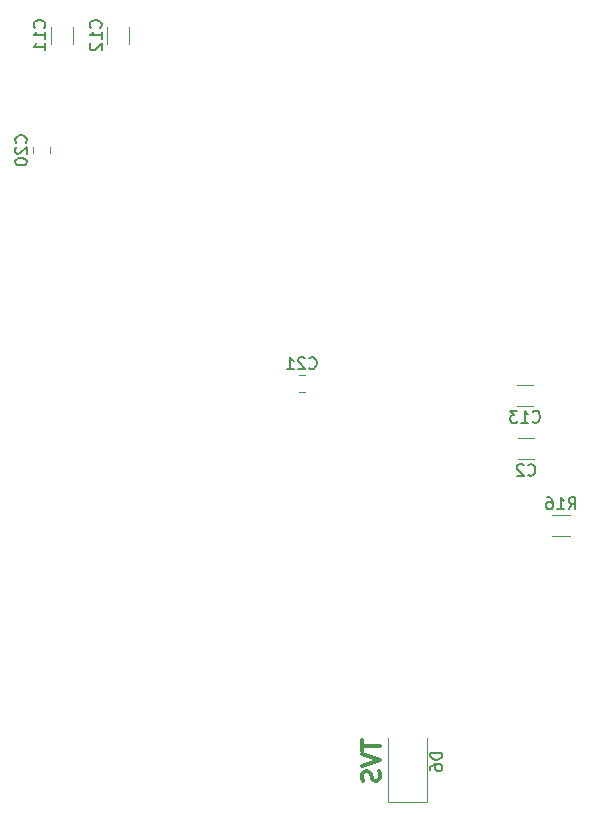
<source format=gbr>
%TF.GenerationSoftware,KiCad,Pcbnew,(6.0.0)*%
%TF.CreationDate,2022-08-23T11:31:34-04:00*%
%TF.ProjectId,Impedance_Analyzer_V2,496d7065-6461-46e6-9365-5f416e616c79,rev?*%
%TF.SameCoordinates,Original*%
%TF.FileFunction,Legend,Bot*%
%TF.FilePolarity,Positive*%
%FSLAX46Y46*%
G04 Gerber Fmt 4.6, Leading zero omitted, Abs format (unit mm)*
G04 Created by KiCad (PCBNEW (6.0.0)) date 2022-08-23 11:31:34*
%MOMM*%
%LPD*%
G01*
G04 APERTURE LIST*
%ADD10C,0.300000*%
%ADD11C,0.150000*%
%ADD12C,0.120000*%
G04 APERTURE END LIST*
D10*
X129178571Y-131214285D02*
X129178571Y-132071428D01*
X130678571Y-131642857D02*
X129178571Y-131642857D01*
X129178571Y-132357142D02*
X130678571Y-132857142D01*
X129178571Y-133357142D01*
X130607142Y-133785714D02*
X130678571Y-134000000D01*
X130678571Y-134357142D01*
X130607142Y-134500000D01*
X130535714Y-134571428D01*
X130392857Y-134642857D01*
X130250000Y-134642857D01*
X130107142Y-134571428D01*
X130035714Y-134500000D01*
X129964285Y-134357142D01*
X129892857Y-134071428D01*
X129821428Y-133928571D01*
X129750000Y-133857142D01*
X129607142Y-133785714D01*
X129464285Y-133785714D01*
X129321428Y-133857142D01*
X129250000Y-133928571D01*
X129178571Y-134071428D01*
X129178571Y-134428571D01*
X129250000Y-134642857D01*
D11*
%TO.C,C20*%
X100677142Y-80607142D02*
X100724761Y-80559523D01*
X100772380Y-80416666D01*
X100772380Y-80321428D01*
X100724761Y-80178571D01*
X100629523Y-80083333D01*
X100534285Y-80035714D01*
X100343809Y-79988095D01*
X100200952Y-79988095D01*
X100010476Y-80035714D01*
X99915238Y-80083333D01*
X99820000Y-80178571D01*
X99772380Y-80321428D01*
X99772380Y-80416666D01*
X99820000Y-80559523D01*
X99867619Y-80607142D01*
X99867619Y-80988095D02*
X99820000Y-81035714D01*
X99772380Y-81130952D01*
X99772380Y-81369047D01*
X99820000Y-81464285D01*
X99867619Y-81511904D01*
X99962857Y-81559523D01*
X100058095Y-81559523D01*
X100200952Y-81511904D01*
X100772380Y-80940476D01*
X100772380Y-81559523D01*
X99772380Y-82178571D02*
X99772380Y-82273809D01*
X99820000Y-82369047D01*
X99867619Y-82416666D01*
X99962857Y-82464285D01*
X100153333Y-82511904D01*
X100391428Y-82511904D01*
X100581904Y-82464285D01*
X100677142Y-82416666D01*
X100724761Y-82369047D01*
X100772380Y-82273809D01*
X100772380Y-82178571D01*
X100724761Y-82083333D01*
X100677142Y-82035714D01*
X100581904Y-81988095D01*
X100391428Y-81940476D01*
X100153333Y-81940476D01*
X99962857Y-81988095D01*
X99867619Y-82035714D01*
X99820000Y-82083333D01*
X99772380Y-82178571D01*
%TO.C,C21*%
X124692857Y-99677142D02*
X124740476Y-99724761D01*
X124883333Y-99772380D01*
X124978571Y-99772380D01*
X125121428Y-99724761D01*
X125216666Y-99629523D01*
X125264285Y-99534285D01*
X125311904Y-99343809D01*
X125311904Y-99200952D01*
X125264285Y-99010476D01*
X125216666Y-98915238D01*
X125121428Y-98820000D01*
X124978571Y-98772380D01*
X124883333Y-98772380D01*
X124740476Y-98820000D01*
X124692857Y-98867619D01*
X124311904Y-98867619D02*
X124264285Y-98820000D01*
X124169047Y-98772380D01*
X123930952Y-98772380D01*
X123835714Y-98820000D01*
X123788095Y-98867619D01*
X123740476Y-98962857D01*
X123740476Y-99058095D01*
X123788095Y-99200952D01*
X124359523Y-99772380D01*
X123740476Y-99772380D01*
X122788095Y-99772380D02*
X123359523Y-99772380D01*
X123073809Y-99772380D02*
X123073809Y-98772380D01*
X123169047Y-98915238D01*
X123264285Y-99010476D01*
X123359523Y-99058095D01*
%TO.C,R16*%
X146642857Y-111632380D02*
X146976190Y-111156190D01*
X147214285Y-111632380D02*
X147214285Y-110632380D01*
X146833333Y-110632380D01*
X146738095Y-110680000D01*
X146690476Y-110727619D01*
X146642857Y-110822857D01*
X146642857Y-110965714D01*
X146690476Y-111060952D01*
X146738095Y-111108571D01*
X146833333Y-111156190D01*
X147214285Y-111156190D01*
X145690476Y-111632380D02*
X146261904Y-111632380D01*
X145976190Y-111632380D02*
X145976190Y-110632380D01*
X146071428Y-110775238D01*
X146166666Y-110870476D01*
X146261904Y-110918095D01*
X144833333Y-110632380D02*
X145023809Y-110632380D01*
X145119047Y-110680000D01*
X145166666Y-110727619D01*
X145261904Y-110870476D01*
X145309523Y-111060952D01*
X145309523Y-111441904D01*
X145261904Y-111537142D01*
X145214285Y-111584761D01*
X145119047Y-111632380D01*
X144928571Y-111632380D01*
X144833333Y-111584761D01*
X144785714Y-111537142D01*
X144738095Y-111441904D01*
X144738095Y-111203809D01*
X144785714Y-111108571D01*
X144833333Y-111060952D01*
X144928571Y-111013333D01*
X145119047Y-111013333D01*
X145214285Y-111060952D01*
X145261904Y-111108571D01*
X145309523Y-111203809D01*
%TO.C,C12*%
X107007142Y-70857142D02*
X107054761Y-70809523D01*
X107102380Y-70666666D01*
X107102380Y-70571428D01*
X107054761Y-70428571D01*
X106959523Y-70333333D01*
X106864285Y-70285714D01*
X106673809Y-70238095D01*
X106530952Y-70238095D01*
X106340476Y-70285714D01*
X106245238Y-70333333D01*
X106150000Y-70428571D01*
X106102380Y-70571428D01*
X106102380Y-70666666D01*
X106150000Y-70809523D01*
X106197619Y-70857142D01*
X107102380Y-71809523D02*
X107102380Y-71238095D01*
X107102380Y-71523809D02*
X106102380Y-71523809D01*
X106245238Y-71428571D01*
X106340476Y-71333333D01*
X106388095Y-71238095D01*
X106197619Y-72190476D02*
X106150000Y-72238095D01*
X106102380Y-72333333D01*
X106102380Y-72571428D01*
X106150000Y-72666666D01*
X106197619Y-72714285D01*
X106292857Y-72761904D01*
X106388095Y-72761904D01*
X106530952Y-72714285D01*
X107102380Y-72142857D01*
X107102380Y-72761904D01*
%TO.C,C11*%
X102257142Y-70857142D02*
X102304761Y-70809523D01*
X102352380Y-70666666D01*
X102352380Y-70571428D01*
X102304761Y-70428571D01*
X102209523Y-70333333D01*
X102114285Y-70285714D01*
X101923809Y-70238095D01*
X101780952Y-70238095D01*
X101590476Y-70285714D01*
X101495238Y-70333333D01*
X101400000Y-70428571D01*
X101352380Y-70571428D01*
X101352380Y-70666666D01*
X101400000Y-70809523D01*
X101447619Y-70857142D01*
X102352380Y-71809523D02*
X102352380Y-71238095D01*
X102352380Y-71523809D02*
X101352380Y-71523809D01*
X101495238Y-71428571D01*
X101590476Y-71333333D01*
X101638095Y-71238095D01*
X102352380Y-72761904D02*
X102352380Y-72190476D01*
X102352380Y-72476190D02*
X101352380Y-72476190D01*
X101495238Y-72380952D01*
X101590476Y-72285714D01*
X101638095Y-72190476D01*
%TO.C,C13*%
X143592857Y-104207142D02*
X143640476Y-104254761D01*
X143783333Y-104302380D01*
X143878571Y-104302380D01*
X144021428Y-104254761D01*
X144116666Y-104159523D01*
X144164285Y-104064285D01*
X144211904Y-103873809D01*
X144211904Y-103730952D01*
X144164285Y-103540476D01*
X144116666Y-103445238D01*
X144021428Y-103350000D01*
X143878571Y-103302380D01*
X143783333Y-103302380D01*
X143640476Y-103350000D01*
X143592857Y-103397619D01*
X142640476Y-104302380D02*
X143211904Y-104302380D01*
X142926190Y-104302380D02*
X142926190Y-103302380D01*
X143021428Y-103445238D01*
X143116666Y-103540476D01*
X143211904Y-103588095D01*
X142307142Y-103302380D02*
X141688095Y-103302380D01*
X142021428Y-103683333D01*
X141878571Y-103683333D01*
X141783333Y-103730952D01*
X141735714Y-103778571D01*
X141688095Y-103873809D01*
X141688095Y-104111904D01*
X141735714Y-104207142D01*
X141783333Y-104254761D01*
X141878571Y-104302380D01*
X142164285Y-104302380D01*
X142259523Y-104254761D01*
X142307142Y-104207142D01*
%TO.C,C2*%
X143216666Y-108707142D02*
X143264285Y-108754761D01*
X143407142Y-108802380D01*
X143502380Y-108802380D01*
X143645238Y-108754761D01*
X143740476Y-108659523D01*
X143788095Y-108564285D01*
X143835714Y-108373809D01*
X143835714Y-108230952D01*
X143788095Y-108040476D01*
X143740476Y-107945238D01*
X143645238Y-107850000D01*
X143502380Y-107802380D01*
X143407142Y-107802380D01*
X143264285Y-107850000D01*
X143216666Y-107897619D01*
X142835714Y-107897619D02*
X142788095Y-107850000D01*
X142692857Y-107802380D01*
X142454761Y-107802380D01*
X142359523Y-107850000D01*
X142311904Y-107897619D01*
X142264285Y-107992857D01*
X142264285Y-108088095D01*
X142311904Y-108230952D01*
X142883333Y-108802380D01*
X142264285Y-108802380D01*
%TO.C,D6*%
X135952380Y-132261904D02*
X134952380Y-132261904D01*
X134952380Y-132500000D01*
X135000000Y-132642857D01*
X135095238Y-132738095D01*
X135190476Y-132785714D01*
X135380952Y-132833333D01*
X135523809Y-132833333D01*
X135714285Y-132785714D01*
X135809523Y-132738095D01*
X135904761Y-132642857D01*
X135952380Y-132500000D01*
X135952380Y-132261904D01*
X134952380Y-133690476D02*
X134952380Y-133500000D01*
X135000000Y-133404761D01*
X135047619Y-133357142D01*
X135190476Y-133261904D01*
X135380952Y-133214285D01*
X135761904Y-133214285D01*
X135857142Y-133261904D01*
X135904761Y-133309523D01*
X135952380Y-133404761D01*
X135952380Y-133595238D01*
X135904761Y-133690476D01*
X135857142Y-133738095D01*
X135761904Y-133785714D01*
X135523809Y-133785714D01*
X135428571Y-133738095D01*
X135380952Y-133690476D01*
X135333333Y-133595238D01*
X135333333Y-133404761D01*
X135380952Y-133309523D01*
X135428571Y-133261904D01*
X135523809Y-133214285D01*
D12*
%TO.C,C20*%
X102735000Y-80988748D02*
X102735000Y-81511252D01*
X101265000Y-80988748D02*
X101265000Y-81511252D01*
%TO.C,C21*%
X124311252Y-100265000D02*
X123788748Y-100265000D01*
X124311252Y-101735000D02*
X123788748Y-101735000D01*
%TO.C,R16*%
X146727064Y-112090000D02*
X145272936Y-112090000D01*
X146727064Y-113910000D02*
X145272936Y-113910000D01*
%TO.C,C12*%
X109410000Y-70788748D02*
X109410000Y-72211252D01*
X107590000Y-70788748D02*
X107590000Y-72211252D01*
%TO.C,C11*%
X102840000Y-70788748D02*
X102840000Y-72211252D01*
X104660000Y-70788748D02*
X104660000Y-72211252D01*
%TO.C,C13*%
X142238748Y-102910000D02*
X143661252Y-102910000D01*
X142238748Y-101090000D02*
X143661252Y-101090000D01*
%TO.C,C2*%
X142338748Y-105590000D02*
X143761252Y-105590000D01*
X142338748Y-107410000D02*
X143761252Y-107410000D01*
%TO.C,D6*%
X134650000Y-136400000D02*
X134650000Y-131000000D01*
X134650000Y-136400000D02*
X131350000Y-136400000D01*
X131350000Y-136400000D02*
X131350000Y-131000000D01*
%TD*%
M02*

</source>
